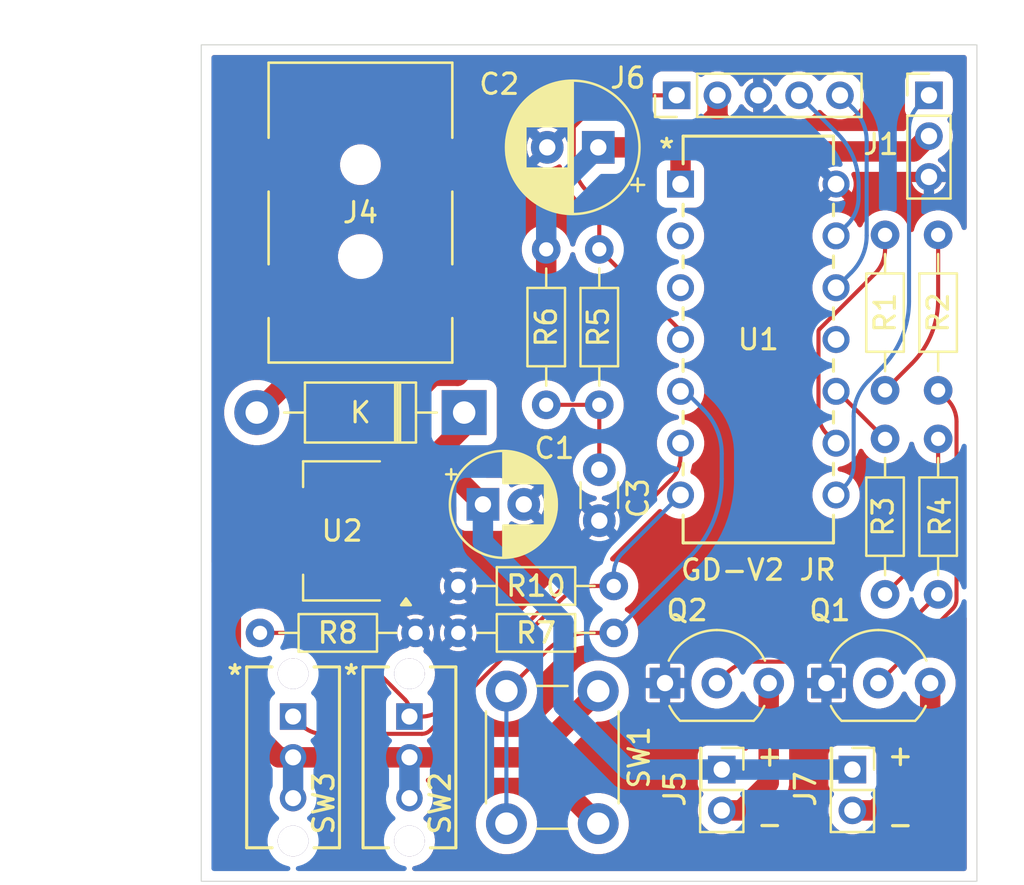
<source format=kicad_pcb>
(kicad_pcb (version 20241229) (generator "pcbnew") (generator_version "9.0")
  (layers (0 "F.Cu" signal) (2 "B.Cu" signal) (13 "F.Paste" user) (15 "B.Paste" user) (5 "F.SilkS" user "F.Silkscreen") (7 "B.SilkS" user "B.Silkscreen") (1 "F.Mask" user) (3 "B.Mask" user) (25 "Edge.Cuts" user))
  (net 0 "")
  (net 1 "/F1-")
  (net 2 "GND")
  (net 3 "Net-(Q1-B)")
  (net 4 "/F2-")
  (net 5 "Net-(Q2-B)")
  (net 6 "Net-(R1-Pad2)")
  (net 7 "/IF2")
  (net 8 "/IF1")
  (net 9 "Net-(R3-Pad2)")
  (net 10 "/VDD_12V")
  (net 11 "/VDD_5V")
  (net 12 "/VDDG_12V")
  (net 15 "/IO_SENS")
  (net 17 "/BT1")
  (net 18 "Net-(C3-Pad1)")
  (net 19 "/CLK")
  (net 20 "/MCLR")
  (net 21 "/DAT")
  (net 22 "/SW1")
  (net 23 "/SW2")
  (footprint "Capacitor_THT:CP_Radial_D5.0mm_P2.00mm" (layer "F.Cu") (at 175 72.8)
    (property "Reference" "C1" (at 3.5 -2.75 0) (layer "F.SilkS"))
    (property "Value" "10u")
    (pad "1" thru_hole rect (at 0 0) (size 1.6 1.6) (drill 0.8) (layers "*.Cu" "*.Mask") (net 12 "/VDDG_12V"))
    (pad "2" thru_hole circle (at 2 0) (size 1.6 1.6) (drill 0.8) (layers "*.Cu" "*.Mask") (net 2 "GND"))
  )
  (footprint "Resistor_THT:R_Axial_DIN0204_L3.6mm_D1.6mm_P7.62mm_Horizontal" (layer "F.Cu") (at 171.7 79.1 180)
    (property "Reference" "R8" (at 3.81 0 0) (layer "F.SilkS") (effects (font (thickness 0.16))))
    (property "Value" "10k")
    (pad "1" thru_hole circle (at 0 0 180) (size 1.4 1.4) (drill 0.7) (layers "*.Cu" "*.Mask") (net 2 "GND"))
    (pad "2" thru_hole oval (at 7.62 0 180) (size 1.4 1.4) (drill 0.7) (layers "*.Cu" "*.Mask") (net 22 "/SW1"))
  )
  (footprint "Capacitor_THT:CP_Radial_D6.3mm_P2.50mm" (layer "F.Cu") (at 180.65 55.3 180)
    (property "Reference" "C2" (at 4.85 3.1 180) (layer "F.SilkS"))
    (property "Value" "100u")
    (pad "1" thru_hole rect (at 0 0 180) (size 1.6 1.6) (drill 0.8) (layers "*.Cu" "*.Mask") (net 11 "/VDD_5V"))
    (pad "2" thru_hole circle (at 2.5 0 180) (size 1.6 1.6) (drill 0.8) (layers "*.Cu" "*.Mask") (net 2 "GND"))
  )
  (footprint "Connector_PinHeader_2.00mm:PinHeader_1x03_P2.00mm_Vertical" (layer "F.Cu") (at 196.85 52.75)
    (property "Reference" "J1" (at -2.35 2.4 0) (layer "F.SilkS") (effects (font (thickness 0.153))))
    (property "Value" "Conn_01x03")
    (pad "1" thru_hole rect (at 0 0) (size 1.35 1.35) (drill 0.8) (layers "*.Cu" "*.Mask") (net 15 "/IO_SENS"))
    (pad "2" thru_hole oval (at 0 2) (size 1.35 1.35) (drill 0.8) (layers "*.Cu" "*.Mask") (net 11 "/VDD_5V"))
    (pad "3" thru_hole oval (at 0 4) (size 1.35 1.35) (drill 0.8) (layers "*.Cu" "*.Mask") (net 2 "GND"))
  )
  (footprint "Resistor_THT:R_Axial_DIN0204_L3.6mm_D1.6mm_P7.62mm_Horizontal" (layer "F.Cu") (at 197.3 59.59 -90)
    (property "Reference" "R2" (at 3.81 0 90) (layer "F.SilkS") (effects (font (thickness 0.153))))
    (property "Value" "5k")
    (pad "1" thru_hole circle (at 0 0 270) (size 1.4 1.4) (drill 0.7) (layers "*.Cu" "*.Mask") (net 6 "Net-(R1-Pad2)"))
    (pad "2" thru_hole oval (at 7.62 0 270) (size 1.4 1.4) (drill 0.7) (layers "*.Cu" "*.Mask") (net 3 "Net-(Q1-B)"))
  )
  (footprint "Resistor_THT:R_Axial_DIN0204_L3.6mm_D1.6mm_P7.62mm_Horizontal" (layer "F.Cu") (at 180.7 67.92 90)
    (property "Reference" "R5" (at 3.81 -0.05 90) (layer "F.SilkS") (effects (font (thickness 0.153))))
    (property "Value" "220")
    (pad "1" thru_hole circle (at 0 0 90) (size 1.4 1.4) (drill 0.7) (layers "*.Cu" "*.Mask") (net 18 "Net-(C3-Pad1)"))
    (pad "2" thru_hole oval (at 7.62 0 90) (size 1.4 1.4) (drill 0.7) (layers "*.Cu" "*.Mask") (net 20 "/MCLR"))
  )
  (footprint "Resistor_THT:R_Axial_DIN0204_L3.6mm_D1.6mm_P7.62mm_Horizontal" (layer "F.Cu") (at 194.7 69.59 -90)
    (property "Reference" "R3" (at 3.81 0.1 90) (layer "F.SilkS") (effects (font (thickness 0.153))))
    (property "Value" "1k")
    (pad "1" thru_hole circle (at 0 0 270) (size 1.4 1.4) (drill 0.7) (layers "*.Cu" "*.Mask") (net 8 "/IF1"))
    (pad "2" thru_hole oval (at 7.62 0 270) (size 1.4 1.4) (drill 0.7) (layers "*.Cu" "*.Mask") (net 9 "Net-(R3-Pad2)"))
  )
  (footprint "Connector_PinHeader_2.00mm:PinHeader_2x01_P2.00mm_Vertical" (layer "F.Cu") (at 193.1 85.8 -90)
    (property "Reference" "J7" (at 0.95 2.3 90) (layer "F.SilkS") (effects (font (thickness 0.16))))
    (property "Value" "Conn_01x02")
    (pad "1" thru_hole rect (at 0 0 270) (size 1.35 1.35) (drill 0.8) (layers "*.Cu" "*.Mask") (net 12 "/VDDG_12V"))
    (pad "2" thru_hole oval (at 2 0 270) (size 1.35 1.35) (drill 0.8) (layers "*.Cu" "*.Mask") (net 4 "/F2-"))
  )
  (footprint "Connector_PinHeader_2.00mm:PinHeader_2x01_P2.00mm_Vertical" (layer "F.Cu") (at 186.7 85.8 -90)
    (property "Reference" "J5" (at 0.95 2.3 90) (layer "F.SilkS") (effects (font (thickness 0.16))))
    (property "Value" "Conn_01x02")
    (pad "1" thru_hole rect (at 0 0 270) (size 1.35 1.35) (drill 0.8) (layers "*.Cu" "*.Mask") (net 12 "/VDDG_12V"))
    (pad "2" thru_hole oval (at 2 0 270) (size 1.35 1.35) (drill 0.8) (layers "*.Cu" "*.Mask") (net 1 "/F1-"))
  )
  (footprint "Package_TO_SOT_THT:TO-92_Inline_Wide" (layer "F.Cu") (at 191.83 81.56)
    (property "Reference" "Q1" (at 0.17 -3.56 0) (layer "F.SilkS") (effects (font (thickness 0.16))))
    (property "Value" "PN2222A")
    (pad "1" thru_hole rect (at 0 0) (size 1.5 1.5) (drill 0.8) (layers "*.Cu" "*.Mask") (net 2 "GND"))
    (pad "2" thru_hole circle (at 2.54 0) (size 1.5 1.5) (drill 0.8) (layers "*.Cu" "*.Mask") (net 3 "Net-(Q1-B)"))
    (pad "3" thru_hole circle (at 5.08 0) (size 1.5 1.5) (drill 0.8) (layers "*.Cu" "*.Mask") (net 4 "/F2-"))
  )
  (footprint "PIC16F18126:PDIP14_P_MCH" (layer "F.Cu") (at 184.68 57.1)
    (property "Reference" "U1" (at 3.81 7.62 0) (layer "F.SilkS") (effects (font (thickness 0.153))))
    (property "Value" "PIC16F18126-I/P" (hide yes))
    (fp_text user "*" (at -0.68 -1.7 0) (layer "F.SilkS") (effects (font (thickness 0.153))))
    (pad "1" thru_hole rect (at 0 0) (size 1.3208 1.3208) (drill 0.8128) (layers "*.Cu" "*.Mask") (net 11 "/VDD_5V"))
    (pad "2" thru_hole circle (at 0 2.54) (size 1.3208 1.3208) (drill 0.8128) (layers "*.Cu" "*.Mask"))
    (pad "3" thru_hole circle (at 0 5.08) (size 1.3208 1.3208) (drill 0.8128) (layers "*.Cu" "*.Mask"))
    (pad "4" thru_hole circle (at 0 7.62) (size 1.3208 1.3208) (drill 0.8128) (layers "*.Cu" "*.Mask") (net 20 "/MCLR"))
    (pad "5" thru_hole circle (at 0 10.16) (size 1.3208 1.3208) (drill 0.8128) (layers "*.Cu" "*.Mask") (net 17 "/BT1"))
    (pad "6" thru_hole circle (at 0 12.7) (size 1.3208 1.3208) (drill 0.8128) (layers "*.Cu" "*.Mask") (net 22 "/SW1"))
    (pad "7" thru_hole circle (at 0 15.24) (size 1.3208 1.3208) (drill 0.8128) (layers "*.Cu" "*.Mask") (net 23 "/SW2"))
    (pad "8" thru_hole circle (at 7.62 15.24) (size 1.3208 1.3208) (drill 0.8128) (layers "*.Cu" "*.Mask") (net 15 "/IO_SENS"))
    (pad "9" thru_hole circle (at 7.62 12.7) (size 1.3208 1.3208) (drill 0.8128) (layers "*.Cu" "*.Mask") (net 7 "/IF2"))
    (pad "10" thru_hole circle (at 7.62 10.16) (size 1.3208 1.3208) (drill 0.8128) (layers "*.Cu" "*.Mask") (net 8 "/IF1"))
    (pad "11" thru_hole circle (at 7.62 7.62) (size 1.3208 1.3208) (drill 0.8128) (layers "*.Cu" "*.Mask"))
    (pad "12" thru_hole circle (at 7.62 5.08) (size 1.3208 1.3208) (drill 0.8128) (layers "*.Cu" "*.Mask") (net 19 "/CLK"))
    (pad "13" thru_hole circle (at 7.62 2.54) (size 1.3208 1.3208) (drill 0.8128) (layers "*.Cu" "*.Mask") (net 21 "/DAT"))
    (pad "14" thru_hole circle (at 7.62 0) (size 1.3208 1.3208) (drill 0.8128) (layers "*.Cu" "*.Mask") (net 2 "GND"))
  )
  (footprint "Connector_PinHeader_2.00mm:PinHeader_1x05_P2.00mm_Vertical" (layer "F.Cu") (at 184.49 52.75 90)
    (property "Reference" "J6" (at 0.85 -2.39 180) (layer "F.SilkS") (effects (font (thickness 0.153))))
    (property "Value" "Conn_01x05")
    (pad "1" thru_hole rect (at 0 0 90) (size 1.35 1.35) (drill 0.8) (layers "*.Cu" "*.Mask") (net 20 "/MCLR"))
    (pad "2" thru_hole oval (at 0 2 90) (size 1.35 1.35) (drill 0.8) (layers "*.Cu" "*.Mask") (net 11 "/VDD_5V"))
    (pad "3" thru_hole oval (at 0 4 90) (size 1.35 1.35) (drill 0.8) (layers "*.Cu" "*.Mask") (net 2 "GND"))
    (pad "4" thru_hole oval (at 0 6 90) (size 1.35 1.35) (drill 0.8) (layers "*.Cu" "*.Mask") (net 21 "/DAT"))
    (pad "5" thru_hole oval (at 0 8 90) (size 1.35 1.35) (drill 0.8) (layers "*.Cu" "*.Mask") (net 19 "/CLK"))
  )
  (footprint "Resistor_THT:R_Axial_DIN0204_L3.6mm_D1.6mm_P7.62mm_Horizontal" (layer "F.Cu") (at 173.79 79.1)
    (property "Reference" "R7" (at 3.81 0 0) (layer "F.SilkS") (effects (font (thickness 0.16))))
    (property "Value" "10k")
    (pad "1" thru_hole circle (at 0 0) (size 1.4 1.4) (drill 0.7) (layers "*.Cu" "*.Mask") (net 2 "GND"))
    (pad "2" thru_hole oval (at 7.62 0) (size 1.4 1.4) (drill 0.7) (layers "*.Cu" "*.Mask") (net 17 "/BT1"))
  )
  (footprint "Resistor_THT:R_Axial_DIN0204_L3.6mm_D1.6mm_P7.62mm_Horizontal" (layer "F.Cu") (at 178.1 67.92 90)
    (property "Reference" "R6" (at 3.81 0 90) (layer "F.SilkS") (effects (font (thickness 0.153))))
    (property "Value" "10k")
    (pad "1" thru_hole circle (at 0 0 90) (size 1.4 1.4) (drill 0.7) (layers "*.Cu" "*.Mask") (net 18 "Net-(C3-Pad1)"))
    (pad "2" thru_hole oval (at 7.62 0 90) (size 1.4 1.4) (drill 0.7) (layers "*.Cu" "*.Mask") (net 11 "/VDD_5V"))
  )
  (footprint "Resistor_THT:R_Axial_DIN0204_L3.6mm_D1.6mm_P7.62mm_Horizontal" (layer "F.Cu") (at 197.3 69.59 -90)
    (property "Reference" "R4" (at 3.81 -0.1 90) (layer "F.SilkS") (effects (font (thickness 0.153))))
    (property "Value" "5k")
    (pad "1" thru_hole circle (at 0 0 270) (size 1.4 1.4) (drill 0.7) (layers "*.Cu" "*.Mask") (net 9 "Net-(R3-Pad2)"))
    (pad "2" thru_hole oval (at 7.62 0 270) (size 1.4 1.4) (drill 0.7) (layers "*.Cu" "*.Mask") (net 5 "Net-(Q2-B)"))
  )
  (footprint "SAMESKY_PJ-114AH-SMT-TR:SAMESKY_PJ-114AH-SMT-TR" (layer "F.Cu") (at 169 58.5 180)
    (property "Reference" "J4" (at 0 0 0) (layer "F.SilkS") (effects (font (thickness 0.153))))
    (property "Value" "PJ-114AH-SMT-TR")
    (pad "" np_thru_hole circle (at 0 -2.15 180) (size 1.8 1.8) (drill 1.8) (layers "*.Cu" "*.Mask"))
    (pad "" np_thru_hole circle (at 0 2.35 180) (size 1.6 1.6) (drill 1.6) (layers "*.Cu" "*.Mask"))
    (pad "1_1" smd rect (at -5.5 2.35 180) (size 2 2) (layers "F.Cu" "F.Mask" "F.Paste") (net 10 "/VDD_12V"))
    (pad "1_2" smd rect (at -5.5 -3.85 180) (size 2 2) (layers "F.Cu" "F.Mask" "F.Paste") (net 10 "/VDD_12V"))
    (pad "2" smd rect (at 5.5 2.35 180) (size 2 2) (layers "F.Cu" "F.Mask" "F.Paste") (net 2 "GND"))
    (pad "3" smd rect (at 5.5 -3.85 180) (size 2 2) (layers "F.Cu" "F.Mask" "F.Paste") (net 2 "GND"))
  )
  (footprint "Capacitor_THT:C_Disc_D3.0mm_W1.6mm_P2.50mm" (layer "F.Cu") (at 180.7 71.1 -90)
    (property "Reference" "C3" (at 1.4 -1.9 90) (layer "F.SilkS") (effects (font (thickness 0.153))))
    (property "Value" "10p")
    (pad "1" thru_hole circle (at 0 0 270) (size 1.6 1.6) (drill 0.8) (layers "*.Cu" "*.Mask") (net 18 "Net-(C3-Pad1)"))
    (pad "2" thru_hole circle (at 2.5 0 270) (size 1.6 1.6) (drill 0.8) (layers "*.Cu" "*.Mask") (net 2 "GND"))
  )
  (footprint "Diode_THT:D_DO-41_SOD81_P10.16mm_Horizontal" (layer "F.Cu") (at 174.08 68.3 180)
    (property "Reference" "D1" (hide yes))
    (property "Value" "1N4007")
    (fp_text user "K" (at 5.08 0 0) (layer "F.SilkS") (effects (font (thickness 0.153))))
    (pad "1" thru_hole rect (at 0 0 180) (size 2.2 2.2) (drill 1.1) (layers "*.Cu" "*.Mask") (net 12 "/VDDG_12V"))
    (pad "2" thru_hole oval (at 10.16 0 180) (size 2.2 2.2) (drill 1.1) (layers "*.Cu" "*.Mask") (net 10 "/VDD_12V"))
  )
  (footprint "OS102011MS2QN1:SPDT_OS102011_CNK" (layer "F.Cu") (at 165.6992 83.2)
    (property "Reference" "SW3" (at 1.5008 4.25 90) (layer "F.SilkS") (effects (font (thickness 0.16))))
    (property "Value" "OS102011MS2QN1")
    (fp_text user "*" (at -2.8492 -2 0) (layer "F.SilkS") (effects (font (thickness 0.16))))
    (pad "1" thru_hole rect (at 0 0) (size 1.2954 1.2954) (drill 0.7874) (layers "*.Cu" "*.Mask") (net 23 "/SW2"))
    (pad "2" thru_hole circle (at 0 2) (size 1.2954 1.2954) (drill 0.7874) (layers "*.Cu" "*.Mask") (net 11 "/VDD_5V"))
    (pad "3" thru_hole circle (at 0 4.000001) (size 1.2954 1.2954) (drill 0.7874) (layers "*.Cu" "*.Mask") (net 11 "/VDD_5V"))
    (pad "4" thru_hole circle (at 0 -2.100001 90) (size 1.4986 1.4986) (drill 1.4986) (layers "*.Cu" "*.Mask"))
    (pad "5" thru_hole circle (at 0 6.1 90) (size 1.4986 1.4986) (drill 1.4986) (layers "*.Cu" "*.Mask"))
  )
  (footprint "Button_Switch_THT:SW_PUSH_6mm_H5mm" (layer "F.Cu") (at 180.6492 81.95 -90)
    (property "Reference" "SW1" (at 3.25 -2 90) (layer "F.SilkS") (effects (font (thickness 0.153))))
    (property "Value" "SW_Push_Dual")
    (pad "1" thru_hole circle (at 0 0) (size 2 2) (drill 1.1) (layers "*.Cu" "*.Mask") (net 11 "/VDD_5V"))
    (pad "1" thru_hole circle (at 6.5 0) (size 2 2) (drill 1.1) (layers "*.Cu" "*.Mask") (net 11 "/VDD_5V"))
    (pad "2" thru_hole circle (at 0 4.5) (size 2 2) (drill 1.1) (layers "*.Cu" "*.Mask") (net 17 "/BT1"))
    (pad "2" thru_hole circle (at 6.5 4.5) (size 2 2) (drill 1.1) (layers "*.Cu" "*.Mask") (net 17 "/BT1"))
  )
  (footprint "Resistor_THT:R_Axial_DIN0204_L3.6mm_D1.6mm_P7.62mm_Horizontal" (layer "F.Cu") (at 194.7 59.59 -90)
    (property "Reference" "R1" (at 3.81 0 90) (layer "F.SilkS") (effects (font (thickness 0.153))))
    (property "Value" "1k")
    (pad "1" thru_hole circle (at 0 0 270) (size 1.4 1.4) (drill 0.7) (layers "*.Cu" "*.Mask") (net 7 "/IF2"))
    (pad "2" thru_hole oval (at 7.62 0 270) (size 1.4 1.4) (drill 0.7) (layers "*.Cu" "*.Mask") (net 6 "Net-(R1-Pad2)"))
  )
  (footprint "Package_TO_SOT_THT:TO-92_Inline_Wide" (layer "F.Cu") (at 183.92 81.56)
    (property "Reference" "Q2" (at 1.08 -3.56 0) (layer "F.SilkS") (effects (font (thickness 0.16))))
    (property "Value" "PN2222A")
    (pad "1" thru_hole rect (at 0 0) (size 1.5 1.5) (drill 0.8) (layers "*.Cu" "*.Mask") (net 2 "GND"))
    (pad "2" thru_hole circle (at 2.54 0) (size 1.5 1.5) (drill 0.8) (layers "*.Cu" "*.Mask") (net 5 "Net-(Q2-B)"))
    (pad "3" thru_hole circle (at 5.08 0) (size 1.5 1.5) (drill 0.8) (layers "*.Cu" "*.Mask") (net 1 "/F1-"))
  )
  (footprint "OS102011MS2QN1:SPDT_OS102011_CNK" (layer "F.Cu") (at 171.4 83.2)
    (property "Reference" "SW2" (at 1.5 4.25 90) (layer "F.SilkS") (effects (font (thickness 0.16))))
    (property "Value" "OS102011MS2QN1")
    (fp_text user "*" (at -2.85 -2 0) (layer "F.SilkS") (effects (font (thickness 0.16))))
    (pad "1" thru_hole rect (at 0 0) (size 1.2954 1.2954) (drill 0.7874) (layers "*.Cu" "*.Mask") (net 22 "/SW1"))
    (pad "2" thru_hole circle (at 0 2) (size 1.2954 1.2954) (drill 0.7874) (layers "*.Cu" "*.Mask") (net 11 "/VDD_5V"))
    (pad "3" thru_hole circle (at 0 4.000001) (size 1.2954 1.2954) (drill 0.7874) (layers "*.Cu" "*.Mask") (net 11 "/VDD_5V"))
    (pad "4" thru_hole circle (at 0 -2.100001 90) (size 1.4986 1.4986) (drill 1.4986) (layers "*.Cu" "*.Mask"))
    (pad "5" thru_hole circle (at 0 6.1 90) (size 1.4986 1.4986) (drill 1.4986) (layers "*.Cu" "*.Mask"))
  )
  (footprint "Package_TO_SOT_SMD:SOT-223-3_TabPin2" (layer "F.Cu") (at 168.1 74.1 180)
    (property "Reference" "U2" (at 0 0 0) (layer "F.SilkS") (effects (font (thickness 0.153))))
    (property "Value" "AMS1117-5.0")
    (pad "1" smd roundrect (at -3.15 -2.3 180) (size 2 1.5) (layers "F.Cu" "F.Mask" "F.Paste") (net 2 "GND"))
    (pad "2" smd roundrect (at -3.15 0 180) (size 2 1.5) (layers "F.Cu" "F.Mask" "F.Paste") (net 11 "/VDD_5V"))
    (pad "2" smd roundrect (at 3.15 0 180) (size 2 3.8) (layers "F.Cu" "F.Mask" "F.Paste") (net 11 "/VDD_5V"))
    (pad "3" smd roundrect (at -3.15 2.3 180) (size 2 1.5) (layers "F.Cu" "F.Mask" "F.Paste") (net 12 "/VDDG_12V"))
  )
  (footprint "Resistor_THT:R_Axial_DIN0204_L3.6mm_D1.6mm_P7.62mm_Horizontal" (layer "F.Cu") (at 173.79 76.8)
    (property "Reference" "R10" (at 3.81 0 0) (layer "F.SilkS") (effects (font (thickness 0.16))))
    (property "Value" "10k")
    (pad "1" thru_hole circle (at 0 0) (size 1.4 1.4) (drill 0.7) (layers "*.Cu" "*.Mask") (net 2 "GND"))
    (pad "2" thru_hole oval (at 7.62 0) (size 1.4 1.4) (drill 0.7) (layers "*.Cu" "*.Mask") (net 23 "/SW2"))
  )
  (gr_rect (start 161.2 50.275) (end 199.2 91.275) (stroke (width 0.05)) (fill no) (layer "Edge.Cuts"))
  (gr_text "-" (at 195.45 88.47675 0) (layer "F.SilkS") (effects (font (size 1 1) (thickness 0.16))))
  (gr_text "+" (at 195.45 85.1 0) (layer "F.SilkS") (effects (font (size 1 1) (thickness 0.16))))
  (gr_text "GD-V2 JR" (at 184.6 76.6 0) (layer "F.SilkS") (effects (font (size 1 1) (thickness 0.16)) (justify left bottom)))
  (gr_text "-" (at 189.05 88.471485 0) (layer "F.SilkS") (effects (font (size 1 1) (thickness 0.16))))
  (gr_text "+" (at 189.05 85.128515 0) (layer "F.SilkS") (effects (font (size 1 1) (thickness 0.16))))
  (segment (start 189 86.454594) (end 187.654594 87.8) (width 1) (layer "F.Cu") (net 1))
  (segment (start 187.654594 87.8) (end 186.7 87.8) (width 1) (layer "F.Cu") (net 1))
  (segment (start 189 81.56) (end 189 86.454594) (width 1) (layer "F.Cu") (net 1))
  (segment (start 198.002664 77.927334) (end 194.37 81.56) (width 0.2) (layer "F.Cu") (net 3))
  (segment (start 197.7505 67.6605) (end 197.3 67.21) (width 0.2) (layer "F.Cu") (net 3))
  (segment (start 198.201 68.748103) (end 198.201 77.448509) (width 0.2) (layer "F.Cu") (net 3))
  (arc (start 198.201 77.448509) (mid 198.149454 77.707647) (end 198.002664 77.927334) (width 0.2) (layer "F.Cu") (net 3))
  (arc (start 197.7505 67.6605) (mid 198.083918 68.159496) (end 198.201 68.748103) (width 0.2) (layer "F.Cu") (net 3))
  (segment (start 194.2 87.8) (end 193.1 87.8) (width 1) (layer "F.Cu") (net 4))
  (segment (start 196.91 85.09) (end 194.2 87.8) (width 1) (layer "F.Cu") (net 4))
  (segment (start 196.91 81.56) (end 196.91 85.09) (width 1) (layer "F.Cu") (net 4))
  (segment (start 188.254169 80.509) (end 191.747036 80.509) (width 0.2) (layer "F.Cu") (net 5))
  (segment (start 186.9855 81.0345) (end 186.46 81.56) (width 0.2) (layer "F.Cu") (net 5))
  (segment (start 195.594792 78.915207) (end 197.3 77.21) (width 0.2) (layer "F.Cu") (net 5))
  (arc (start 188.254169 80.509) (mid 187.56757 80.645573) (end 186.9855 81.0345) (width 0.2) (layer "F.Cu") (net 5))
  (arc (start 195.594792 78.915207) (mid 193.829426 80.094786) (end 191.747036 80.509) (width 0.2) (layer "F.Cu") (net 5))
  (segment (start 196 65.91) (end 194.7 67.21) (width 0.2) (layer "F.Cu") (net 6))
  (segment (start 197.3 62.771522) (end 197.3 59.59) (width 0.2) (layer "F.Cu") (net 6))
  (arc (start 197.3 62.771522) (mid 196.962141 64.470054) (end 196 65.91) (width 0.2) (layer "F.Cu") (net 6))
  (segment (start 194.7 60.294102) (end 194.7 59.59) (width 0.2) (layer "F.Cu") (net 7))
  (segment (start 191.4386 68.329498) (end 191.4386 64.337522) (width 0.2) (layer "F.Cu") (net 7))
  (segment (start 191.493701 64.204502) (end 194.202124 61.496079) (width 0.2) (layer "F.Cu") (net 7))
  (segment (start 192.3 69.8) (end 191.8693 69.3693) (width 0.2) (layer "F.Cu") (net 7))
  (segment (start 191.493699 64.204502) (end 191.493701 64.204502) (width 0.2) (layer "F.Cu") (net 7))
  (arc (start 191.8693 69.3693) (mid 191.550535 68.892234) (end 191.4386 68.329498) (width 0.2) (layer "F.Cu") (net 7))
  (arc (start 191.4386 64.337522) (mid 191.45292 64.265532) (end 191.493699 64.204502) (width 0.2) (layer "F.Cu") (net 7))
  (arc (start 194.202124 61.496079) (mid 194.570606 60.944607) (end 194.7 60.294102) (width 0.2) (layer "F.Cu") (net 7))
  (segment (start 192.394748 67.284748) (end 194.7 69.59) (width 0.2) (layer "F.Cu") (net 8))
  (segment (start 192.335 67.26) (end 192.3 67.26) (width 0.2) (layer "F.Cu") (net 8))
  (arc (start 192.394748 67.284748) (mid 192.367335 67.266431) (end 192.335 67.26) (width 0.2) (layer "F.Cu") (net 8))
  (segment (start 197.3 72.771522) (end 197.3 69.59) (width 0.2) (layer "F.Cu") (net 9))
  (segment (start 196 75.91) (end 194.7 77.21) (width 0.2) (layer "F.Cu") (net 9))
  (arc (start 197.3 72.771522) (mid 196.962141 74.470054) (end 196 75.91) (width 0.2) (layer "F.Cu") (net 9))
  (segment (start 174.5 62.35) (end 174.5 56.15) (width 1) (layer "F.Cu") (net 10))
  (segment (start 163.5 67.88) (end 163.92 68.3) (width 1) (layer "F.Cu") (net 10))
  (segment (start 174.5 62.35) (end 169.87 62.35) (width 1) (layer "F.Cu") (net 10))
  (segment (start 169.87 62.35) (end 163.92 68.3) (width 1) (layer "F.Cu") (net 10))
  (segment (start 162.65 82.8482) (end 165.0018 85.2) (width 1) (layer "F.Cu") (net 11))
  (segment (start 178.1 62.152) (end 173.753 66.499) (width 1) (layer "F.Cu") (net 11))
  (segment (start 184.894594 55.3) (end 186.49 53.704594) (width 1) (layer "F.Cu") (net 11))
  (segment (start 180.6492 88.45) (end 177.3992 85.2) (width 1) (layer "F.Cu") (net 11))
  (segment (start 165.0018 85.2) (end 165.6992 85.2) (width 1) (layer "F.Cu") (net 11))
  (segment (start 196.85 54.75) (end 196.1 55.5) (width 1) (layer "F.Cu") (net 11))
  (segment (start 184.68 55.514594) (end 184.894594 55.3) (width 1) (layer "F.Cu") (net 11))
  (segment (start 186.49 53.89) (end 186.49 53.704594) (width 1) (layer "F.Cu") (net 11))
  (segment (start 173.753 66.499) (end 172.551 66.499) (width 1) (layer "F.Cu") (net 11))
  (segment (start 162.65 76.4) (end 162.65 82.8482) (width 1) (layer "F.Cu") (net 11))
  (segment (start 171.25 74.1) (end 164.95 74.1) (width 1) (layer "F.Cu") (net 11))
  (segment (start 172.551 66.499) (end 164.95 74.1) (width 1) (layer "F.Cu") (net 11))
  (segment (start 180.6492 81.95) (end 177.3992 85.2) (width 1) (layer "F.Cu") (net 11))
  (segment (start 184.68 57.1) (end 184.68 55.514594) (width 1) (layer "F.Cu") (net 11))
  (segment (start 177.3992 85.2) (end 165.6992 85.2) (width 1) (layer "F.Cu") (net 11))
  (segment (start 178.1 60.3) (end 178.1 62.152) (width 1) (layer "F.Cu") (net 11))
  (segment (start 164.95 74.1) (end 162.65 76.4) (width 1) (layer "F.Cu") (net 11))
  (segment (start 180.65 55.3) (end 184.894594 55.3) (width 1) (layer "F.Cu") (net 11))
  (segment (start 196.1 55.5) (end 188.1 55.5) (width 1) (layer "F.Cu") (net 11))
  (segment (start 188.1 55.5) (end 186.49 53.89) (width 1) (layer "F.Cu") (net 11))
  (segment (start 186.49 53.704594) (end 186.49 52.75) (width 1) (layer "F.Cu") (net 11))
  (segment (start 165.6992 87.200001) (end 165.6992 85.2) (width 1) (layer "B.Cu") (net 11))
  (segment (start 171.4 87.200001) (end 171.4 85.2) (width 1) (layer "B.Cu") (net 11))
  (segment (start 178.1 60.3) (end 178.1 57.85) (width 1) (layer "B.Cu") (net 11))
  (segment (start 178.1 57.85) (end 180.65 55.3) (width 1) (layer "B.Cu") (net 11))
  (segment (start 174.08 68.3) (end 174.08 68.97) (width 1) (layer "F.Cu") (net 12))
  (segment (start 172.625 70.425) (end 171.25 71.8) (width 1) (layer "F.Cu") (net 12))
  (segment (start 175 72.8) (end 172.625 70.425) (width 1) (layer "F.Cu") (net 12))
  (segment (start 174.08 68.97) (end 172.625 70.425) (width 1) (layer "F.Cu") (net 12))
  (segment (start 182.093622 85.8) (end 186.7 85.8) (width 1) (layer "B.Cu") (net 12))
  (segment (start 178.9482 82.654578) (end 182.093622 85.8) (width 1) (layer "B.Cu") (net 12))
  (segment (start 193.1 85.8) (end 186.7 85.8) (width 1) (layer "B.Cu") (net 12))
  (segment (start 178.9482 78.5982) (end 178.9482 82.654578) (width 1) (layer "B.Cu") (net 12))
  (segment (start 175 74.65) (end 178.9482 78.5982) (width 1) (layer "B.Cu") (net 12))
  (segment (start 175 72.8) (end 175 74.65) (width 1) (layer "B.Cu") (net 12))
  (segment (start 194.5177 66.118093) (end 193.875623 66.760167) (width 0.2) (layer "B.Cu") (net 15))
  (segment (start 193.1614 70.869498) (end 193.1614 68.48445) (width 0.2) (layer "B.Cu") (net 15))
  (segment (start 192.7307 71.9093) (end 192.3 72.34) (width 0.2) (layer "B.Cu") (net 15))
  (segment (start 196.362 53.238) (end 196.85 52.75) (width 0.2) (layer "B.Cu") (net 15))
  (segment (start 195.874 62.843695) (end 195.874 54.416136) (width 0.2) (layer "B.Cu") (net 15))
  (arc (start 195.874 62.843695) (mid 195.521509 64.615786) (end 194.5177 66.118093) (width 0.2) (layer "B.Cu") (net 15))
  (arc (start 193.875623 66.760167) (mid 193.34702 67.551274) (end 193.1614 68.48445) (width 0.2) (layer "B.Cu") (net 15))
  (arc (start 193.1614 70.869498) (mid 193.049464 71.432234) (end 192.7307 71.9093) (width 0.2) (layer "B.Cu") (net 15))
  (arc (start 196.362 53.238) (mid 196.000827 53.778533) (end 195.874 54.416136) (width 0.2) (layer "B.Cu") (net 15))
  (segment (start 180.2046 79.1) (end 181.41 79.1) (width 0.2) (layer "F.Cu") (net 17))
  (segment (start 178.146853 79.952346) (end 176.1492 81.95) (width 0.2) (layer "F.Cu") (net 17))
  (arc (start 180.2046 79.1) (mid 179.090955 79.321517) (end 178.146853 79.952346) (width 0.2) (layer "F.Cu") (net 17))
  (segment (start 185.106207 75.403792) (end 181.41 79.1) (width 0.2) (layer "B.Cu") (net 17))
  (segment (start 186.7 71.556036) (end 186.7 70.315721) (width 0.2) (layer "B.Cu") (net 17))
  (segment (start 176.1492 88.45) (end 176.1492 81.95) (width 0.2) (layer "B.Cu") (net 17))
  (segment (start 184.991317 67.341317) (end 185.805 68.155) (width 0.2) (layer "B.Cu") (net 17))
  (segment (start 184.795 67.26) (end 184.68 67.26) (width 0.2) (layer "B.Cu") (net 17))
  (arc (start 184.991317 67.341317) (mid 184.901246 67.281133) (end 184.795 67.26) (width 0.2) (layer "B.Cu") (net 17))
  (arc (start 186.7 71.556036) (mid 186.285786 73.638426) (end 185.106207 75.403792) (width 0.2) (layer "B.Cu") (net 17))
  (arc (start 185.805 68.155) (mid 186.467397 69.146347) (end 186.7 70.315721) (width 0.2) (layer "B.Cu") (net 17))
  (segment (start 180.7 67.92) (end 178.1 67.92) (width 0.2) (layer "F.Cu") (net 18))
  (segment (start 180.7 67.92) (end 180.7 71.1) (width 0.2) (layer "F.Cu") (net 18))
  (segment (start 193.799 59.621046) (end 193.799 54.984602) (width 0.2) (layer "B.Cu") (net 19))
  (segment (start 193.0495 61.4305) (end 192.3 62.18) (width 0.2) (layer "B.Cu") (net 19))
  (segment (start 193.1445 53.4045) (end 192.49 52.75) (width 0.2) (layer "B.Cu") (net 19))
  (arc (start 193.799 59.621046) (mid 193.604211 60.600315) (end 193.0495 61.4305) (width 0.2) (layer "B.Cu") (net 19))
  (arc (start 193.1445 53.4045) (mid 193.6289 54.129457) (end 193.799 54.984602) (width 0.2) (layer "B.Cu") (net 19))
  (segment (start 181 52.75) (end 179.45 54.3) (width 0.2) (layer "F.Cu") (net 20))
  (segment (start 184.68 64.5) (end 184.68 64.72) (width 0.2) (layer "F.Cu") (net 20))
  (segment (start 180.7 58.933883) (end 180.7 60.3) (width 0.2) (layer "F.Cu") (net 20))
  (segment (start 184.49 52.75) (end 181 52.75) (width 0.2) (layer "F.Cu") (net 20))
  (segment (start 180.7 60.3) (end 184.524436 64.124436) (width 0.2) (layer "F.Cu") (net 20))
  (segment (start 179.45 54.3) (end 179.45 55.916116) (width 0.2) (layer "F.Cu") (net 20))
  (arc (start 184.524436 64.124436) (mid 184.63957 64.296746) (end 184.68 64.5) (width 0.2) (layer "F.Cu") (net 20))
  (arc (start 180.075 57.425) (mid 180.537567 58.117281) (end 180.7 58.933883) (width 0.2) (layer "F.Cu") (net 20))
  (arc (start 179.45 55.916116) (mid 179.612432 56.732718) (end 180.075 57.425) (width 0.2) (layer "F.Cu") (net 20))
  (segment (start 193.4 57.762182) (end 193.4 57.1) (width 0.2) (layer "B.Cu") (net 21))
  (segment (start 192.381766 54.641766) (end 190.49 52.75) (width 0.2) (layer "B.Cu") (net 21))
  (segment (start 192.85 59.09) (end 192.3 59.64) (width 0.2) (layer "B.Cu") (net 21))
  (arc (start 193.4 57.762182) (mid 193.257059 58.480792) (end 192.85 59.09) (width 0.2) (layer "B.Cu") (net 21))
  (arc (start 192.381766 54.641766) (mid 193.135369 55.769613) (end 193.4 57.1) (width 0.2) (layer "B.Cu") (net 21))
  (segment (start 172.000898 83.2) (end 171.707326 83.2) (width 0.2) (layer "F.Cu") (net 22))
  (segment (start 184.68 70.460898) (end 184.68 69.8) (width 0.2) (layer "F.Cu") (net 22))
  (segment (start 165.997326 79.1) (end 164.08 79.1) (width 0.2) (layer "F.Cu") (net 22))
  (segment (start 169.270406 80.455754) (end 171.182687 82.368035) (width 0.2) (layer "F.Cu") (net 22))
  (segment (start 184.212674 71.589121) (end 173.026695 82.7751) (width 0.2) (layer "F.Cu") (net 22))
  (arc (start 171.4 82.892674) (mid 171.490013 83.109986) (end 171.707326 83.2) (width 0.2) (layer "F.Cu") (net 22))
  (arc (start 173.026695 82.7751) (mid 172.556055 83.089572) (end 172.000898 83.2) (width 0.2) (layer "F.Cu") (net 22))
  (arc (start 169.270406 80.455754) (mid 167.768704 79.452348) (end 165.997326 79.1) (width 0.2) (layer "F.Cu") (net 22))
  (arc (start 171.182687 82.368035) (mid 171.343522 82.608741) (end 171.4 82.892674) (width 0.2) (layer "F.Cu") (net 22))
  (arc (start 184.68 70.460898) (mid 184.558545 71.071488) (end 184.212674 71.589121) (width 0.2) (layer "F.Cu") (net 22))
  (segment (start 166.12355 83.62435) (end 165.6992 83.2) (width 0.2) (layer "F.Cu") (net 23))
  (segment (start 172.423521 83.873878) (end 178.821193 77.476206) (width 0.2) (layer "F.Cu") (net 23))
  (segment (start 180.4537 76.8) (end 181.41 76.8) (width 0.2) (layer "F.Cu") (net 23))
  (segment (start 167.148021 84.0487) (end 172.001463 84.0487) (width 0.2) (layer "F.Cu") (net 23))
  (arc (start 166.12355 83.62435) (mid 166.593581 83.938415) (end 167.148021 84.0487) (width 0.2) (layer "F.Cu") (net 23))
  (arc (start 180.4537 76.8) (mid 179.570193 76.97574) (end 178.821193 77.476206) (width 0.2) (layer "F.Cu") (net 23))
  (arc (start 172.423521 83.873878) (mid 172.229879 84.003265) (end 172.001463 84.0487) (width 0.2) (layer "F.Cu") (net 23))
  (segment (start 181.830728 75.189271) (end 184.68 72.34) (width 0.2) (layer "B.Cu") (net 23))
  (segment (start 181.41 76.205) (end 181.41 76.8) (width 0.2) (layer "B.Cu") (net 23))
  (arc (start 181.830728 75.189271) (mid 181.519343 75.655291) (end 181.41 76.205) (width 0.2) (layer "B.Cu") (net 23))
  (zone (net 2) (net_name "GND") (layers "F.Cu" "B.Cu") (connect_pads (clearance 0.5)) (min_thickness 0.25) (fill yes (thermal_gap 0.2) (thermal_bridge_width 0.5) (smoothing fillet) (radius 0.01))
    (polygon (pts (xy 199.2 50.3) (xy 199.2 91.25) (xy 161.2 91.25) (xy 161.2 50.3)))
  )
)
</source>
